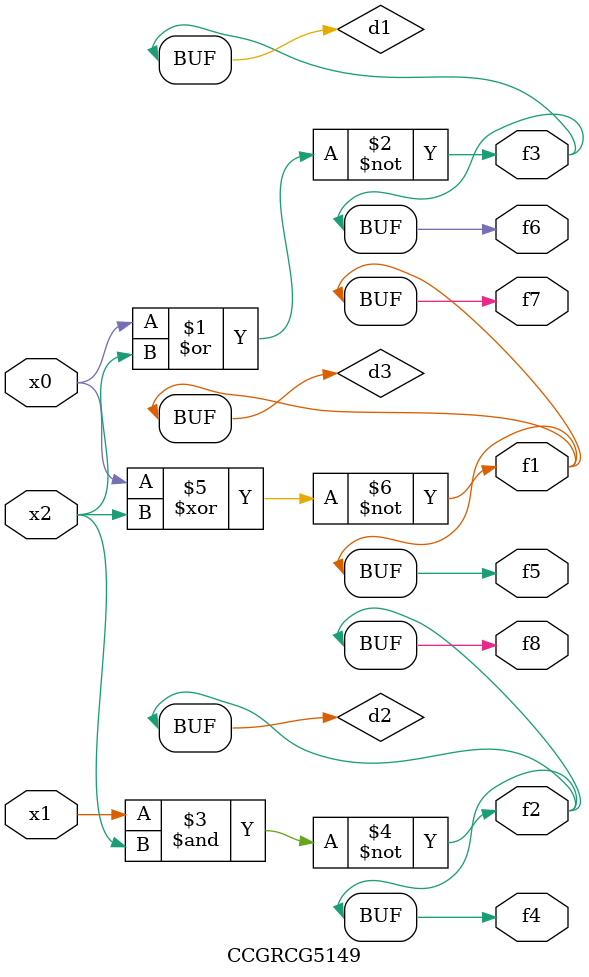
<source format=v>
module CCGRCG5149(
	input x0, x1, x2,
	output f1, f2, f3, f4, f5, f6, f7, f8
);

	wire d1, d2, d3;

	nor (d1, x0, x2);
	nand (d2, x1, x2);
	xnor (d3, x0, x2);
	assign f1 = d3;
	assign f2 = d2;
	assign f3 = d1;
	assign f4 = d2;
	assign f5 = d3;
	assign f6 = d1;
	assign f7 = d3;
	assign f8 = d2;
endmodule

</source>
